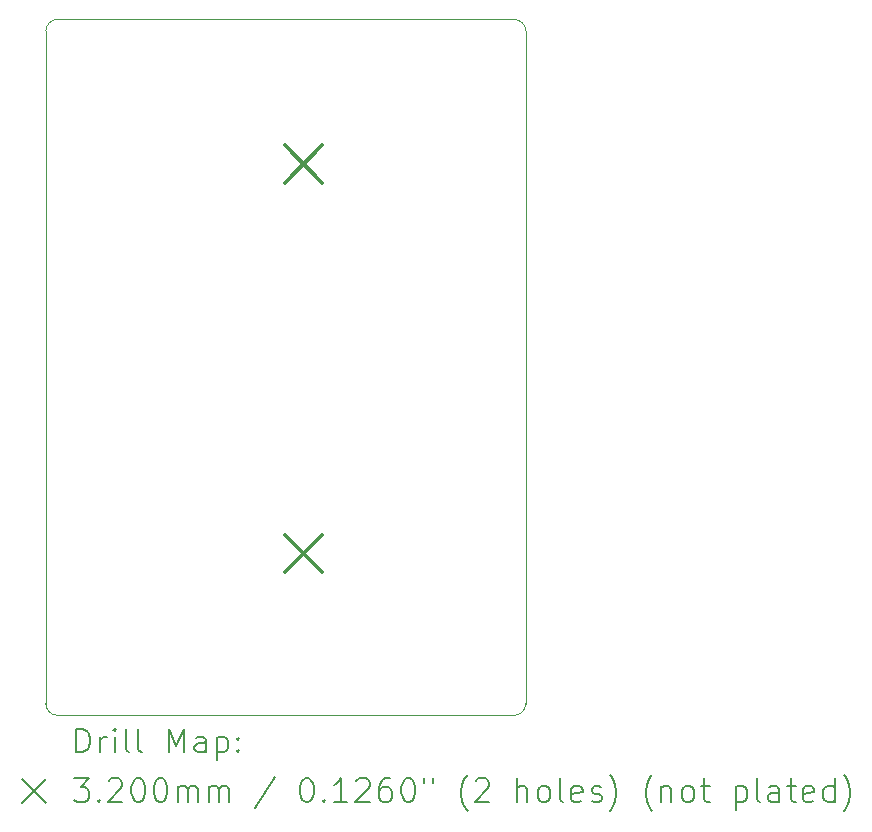
<source format=gbr>
%TF.GenerationSoftware,KiCad,Pcbnew,8.0.7*%
%TF.CreationDate,2025-03-27T23:32:18-04:00*%
%TF.ProjectId,power_distribution_board,706f7765-725f-4646-9973-747269627574,1*%
%TF.SameCoordinates,Original*%
%TF.FileFunction,Drillmap*%
%TF.FilePolarity,Positive*%
%FSLAX45Y45*%
G04 Gerber Fmt 4.5, Leading zero omitted, Abs format (unit mm)*
G04 Created by KiCad (PCBNEW 8.0.7) date 2025-03-27 23:32:18*
%MOMM*%
%LPD*%
G01*
G04 APERTURE LIST*
%ADD10C,0.038100*%
%ADD11C,0.200000*%
%ADD12C,0.320000*%
G04 APERTURE END LIST*
D10*
X5869000Y-127000D02*
G75*
G02*
X5969000Y-227000I0J-100000D01*
G01*
X2005000Y-6019800D02*
G75*
G02*
X1905000Y-5919800I0J100000D01*
G01*
X1905000Y-5919800D02*
X1905000Y-227000D01*
X5869000Y-6019800D02*
X2005000Y-6019800D01*
X1905000Y-227000D02*
G75*
G02*
X2005000Y-127000I100000J0D01*
G01*
X2005000Y-127000D02*
X5869000Y-127000D01*
X5969000Y-5919800D02*
G75*
G02*
X5869000Y-6019800I-100000J0D01*
G01*
X5969000Y-227000D02*
X5969000Y-5919800D01*
D11*
D12*
X3926000Y-1190000D02*
X4246000Y-1510000D01*
X4246000Y-1190000D02*
X3926000Y-1510000D01*
X3926000Y-4490000D02*
X4246000Y-4810000D01*
X4246000Y-4490000D02*
X3926000Y-4810000D01*
D11*
X2163872Y-6333189D02*
X2163872Y-6133189D01*
X2163872Y-6133189D02*
X2211491Y-6133189D01*
X2211491Y-6133189D02*
X2240062Y-6142713D01*
X2240062Y-6142713D02*
X2259110Y-6161760D01*
X2259110Y-6161760D02*
X2268634Y-6180808D01*
X2268634Y-6180808D02*
X2278158Y-6218903D01*
X2278158Y-6218903D02*
X2278158Y-6247474D01*
X2278158Y-6247474D02*
X2268634Y-6285570D01*
X2268634Y-6285570D02*
X2259110Y-6304617D01*
X2259110Y-6304617D02*
X2240062Y-6323665D01*
X2240062Y-6323665D02*
X2211491Y-6333189D01*
X2211491Y-6333189D02*
X2163872Y-6333189D01*
X2363872Y-6333189D02*
X2363872Y-6199855D01*
X2363872Y-6237951D02*
X2373396Y-6218903D01*
X2373396Y-6218903D02*
X2382919Y-6209379D01*
X2382919Y-6209379D02*
X2401967Y-6199855D01*
X2401967Y-6199855D02*
X2421015Y-6199855D01*
X2487681Y-6333189D02*
X2487681Y-6199855D01*
X2487681Y-6133189D02*
X2478158Y-6142713D01*
X2478158Y-6142713D02*
X2487681Y-6152236D01*
X2487681Y-6152236D02*
X2497205Y-6142713D01*
X2497205Y-6142713D02*
X2487681Y-6133189D01*
X2487681Y-6133189D02*
X2487681Y-6152236D01*
X2611491Y-6333189D02*
X2592443Y-6323665D01*
X2592443Y-6323665D02*
X2582919Y-6304617D01*
X2582919Y-6304617D02*
X2582919Y-6133189D01*
X2716253Y-6333189D02*
X2697205Y-6323665D01*
X2697205Y-6323665D02*
X2687681Y-6304617D01*
X2687681Y-6304617D02*
X2687681Y-6133189D01*
X2944824Y-6333189D02*
X2944824Y-6133189D01*
X2944824Y-6133189D02*
X3011491Y-6276046D01*
X3011491Y-6276046D02*
X3078157Y-6133189D01*
X3078157Y-6133189D02*
X3078157Y-6333189D01*
X3259110Y-6333189D02*
X3259110Y-6228427D01*
X3259110Y-6228427D02*
X3249586Y-6209379D01*
X3249586Y-6209379D02*
X3230538Y-6199855D01*
X3230538Y-6199855D02*
X3192443Y-6199855D01*
X3192443Y-6199855D02*
X3173396Y-6209379D01*
X3259110Y-6323665D02*
X3240062Y-6333189D01*
X3240062Y-6333189D02*
X3192443Y-6333189D01*
X3192443Y-6333189D02*
X3173396Y-6323665D01*
X3173396Y-6323665D02*
X3163872Y-6304617D01*
X3163872Y-6304617D02*
X3163872Y-6285570D01*
X3163872Y-6285570D02*
X3173396Y-6266522D01*
X3173396Y-6266522D02*
X3192443Y-6256998D01*
X3192443Y-6256998D02*
X3240062Y-6256998D01*
X3240062Y-6256998D02*
X3259110Y-6247474D01*
X3354348Y-6199855D02*
X3354348Y-6399855D01*
X3354348Y-6209379D02*
X3373396Y-6199855D01*
X3373396Y-6199855D02*
X3411491Y-6199855D01*
X3411491Y-6199855D02*
X3430538Y-6209379D01*
X3430538Y-6209379D02*
X3440062Y-6218903D01*
X3440062Y-6218903D02*
X3449586Y-6237951D01*
X3449586Y-6237951D02*
X3449586Y-6295093D01*
X3449586Y-6295093D02*
X3440062Y-6314141D01*
X3440062Y-6314141D02*
X3430538Y-6323665D01*
X3430538Y-6323665D02*
X3411491Y-6333189D01*
X3411491Y-6333189D02*
X3373396Y-6333189D01*
X3373396Y-6333189D02*
X3354348Y-6323665D01*
X3535300Y-6314141D02*
X3544824Y-6323665D01*
X3544824Y-6323665D02*
X3535300Y-6333189D01*
X3535300Y-6333189D02*
X3525777Y-6323665D01*
X3525777Y-6323665D02*
X3535300Y-6314141D01*
X3535300Y-6314141D02*
X3535300Y-6333189D01*
X3535300Y-6209379D02*
X3544824Y-6218903D01*
X3544824Y-6218903D02*
X3535300Y-6228427D01*
X3535300Y-6228427D02*
X3525777Y-6218903D01*
X3525777Y-6218903D02*
X3535300Y-6209379D01*
X3535300Y-6209379D02*
X3535300Y-6228427D01*
X1703095Y-6561705D02*
X1903095Y-6761705D01*
X1903095Y-6561705D02*
X1703095Y-6761705D01*
X2144824Y-6553189D02*
X2268634Y-6553189D01*
X2268634Y-6553189D02*
X2201967Y-6629379D01*
X2201967Y-6629379D02*
X2230539Y-6629379D01*
X2230539Y-6629379D02*
X2249586Y-6638903D01*
X2249586Y-6638903D02*
X2259110Y-6648427D01*
X2259110Y-6648427D02*
X2268634Y-6667474D01*
X2268634Y-6667474D02*
X2268634Y-6715093D01*
X2268634Y-6715093D02*
X2259110Y-6734141D01*
X2259110Y-6734141D02*
X2249586Y-6743665D01*
X2249586Y-6743665D02*
X2230539Y-6753189D01*
X2230539Y-6753189D02*
X2173396Y-6753189D01*
X2173396Y-6753189D02*
X2154348Y-6743665D01*
X2154348Y-6743665D02*
X2144824Y-6734141D01*
X2354348Y-6734141D02*
X2363872Y-6743665D01*
X2363872Y-6743665D02*
X2354348Y-6753189D01*
X2354348Y-6753189D02*
X2344824Y-6743665D01*
X2344824Y-6743665D02*
X2354348Y-6734141D01*
X2354348Y-6734141D02*
X2354348Y-6753189D01*
X2440062Y-6572236D02*
X2449586Y-6562713D01*
X2449586Y-6562713D02*
X2468634Y-6553189D01*
X2468634Y-6553189D02*
X2516253Y-6553189D01*
X2516253Y-6553189D02*
X2535300Y-6562713D01*
X2535300Y-6562713D02*
X2544824Y-6572236D01*
X2544824Y-6572236D02*
X2554348Y-6591284D01*
X2554348Y-6591284D02*
X2554348Y-6610332D01*
X2554348Y-6610332D02*
X2544824Y-6638903D01*
X2544824Y-6638903D02*
X2430539Y-6753189D01*
X2430539Y-6753189D02*
X2554348Y-6753189D01*
X2678158Y-6553189D02*
X2697205Y-6553189D01*
X2697205Y-6553189D02*
X2716253Y-6562713D01*
X2716253Y-6562713D02*
X2725777Y-6572236D01*
X2725777Y-6572236D02*
X2735300Y-6591284D01*
X2735300Y-6591284D02*
X2744824Y-6629379D01*
X2744824Y-6629379D02*
X2744824Y-6676998D01*
X2744824Y-6676998D02*
X2735300Y-6715093D01*
X2735300Y-6715093D02*
X2725777Y-6734141D01*
X2725777Y-6734141D02*
X2716253Y-6743665D01*
X2716253Y-6743665D02*
X2697205Y-6753189D01*
X2697205Y-6753189D02*
X2678158Y-6753189D01*
X2678158Y-6753189D02*
X2659110Y-6743665D01*
X2659110Y-6743665D02*
X2649586Y-6734141D01*
X2649586Y-6734141D02*
X2640062Y-6715093D01*
X2640062Y-6715093D02*
X2630539Y-6676998D01*
X2630539Y-6676998D02*
X2630539Y-6629379D01*
X2630539Y-6629379D02*
X2640062Y-6591284D01*
X2640062Y-6591284D02*
X2649586Y-6572236D01*
X2649586Y-6572236D02*
X2659110Y-6562713D01*
X2659110Y-6562713D02*
X2678158Y-6553189D01*
X2868634Y-6553189D02*
X2887681Y-6553189D01*
X2887681Y-6553189D02*
X2906729Y-6562713D01*
X2906729Y-6562713D02*
X2916253Y-6572236D01*
X2916253Y-6572236D02*
X2925777Y-6591284D01*
X2925777Y-6591284D02*
X2935300Y-6629379D01*
X2935300Y-6629379D02*
X2935300Y-6676998D01*
X2935300Y-6676998D02*
X2925777Y-6715093D01*
X2925777Y-6715093D02*
X2916253Y-6734141D01*
X2916253Y-6734141D02*
X2906729Y-6743665D01*
X2906729Y-6743665D02*
X2887681Y-6753189D01*
X2887681Y-6753189D02*
X2868634Y-6753189D01*
X2868634Y-6753189D02*
X2849586Y-6743665D01*
X2849586Y-6743665D02*
X2840062Y-6734141D01*
X2840062Y-6734141D02*
X2830538Y-6715093D01*
X2830538Y-6715093D02*
X2821015Y-6676998D01*
X2821015Y-6676998D02*
X2821015Y-6629379D01*
X2821015Y-6629379D02*
X2830538Y-6591284D01*
X2830538Y-6591284D02*
X2840062Y-6572236D01*
X2840062Y-6572236D02*
X2849586Y-6562713D01*
X2849586Y-6562713D02*
X2868634Y-6553189D01*
X3021015Y-6753189D02*
X3021015Y-6619855D01*
X3021015Y-6638903D02*
X3030538Y-6629379D01*
X3030538Y-6629379D02*
X3049586Y-6619855D01*
X3049586Y-6619855D02*
X3078158Y-6619855D01*
X3078158Y-6619855D02*
X3097205Y-6629379D01*
X3097205Y-6629379D02*
X3106729Y-6648427D01*
X3106729Y-6648427D02*
X3106729Y-6753189D01*
X3106729Y-6648427D02*
X3116253Y-6629379D01*
X3116253Y-6629379D02*
X3135300Y-6619855D01*
X3135300Y-6619855D02*
X3163872Y-6619855D01*
X3163872Y-6619855D02*
X3182919Y-6629379D01*
X3182919Y-6629379D02*
X3192443Y-6648427D01*
X3192443Y-6648427D02*
X3192443Y-6753189D01*
X3287681Y-6753189D02*
X3287681Y-6619855D01*
X3287681Y-6638903D02*
X3297205Y-6629379D01*
X3297205Y-6629379D02*
X3316253Y-6619855D01*
X3316253Y-6619855D02*
X3344824Y-6619855D01*
X3344824Y-6619855D02*
X3363872Y-6629379D01*
X3363872Y-6629379D02*
X3373396Y-6648427D01*
X3373396Y-6648427D02*
X3373396Y-6753189D01*
X3373396Y-6648427D02*
X3382919Y-6629379D01*
X3382919Y-6629379D02*
X3401967Y-6619855D01*
X3401967Y-6619855D02*
X3430538Y-6619855D01*
X3430538Y-6619855D02*
X3449586Y-6629379D01*
X3449586Y-6629379D02*
X3459110Y-6648427D01*
X3459110Y-6648427D02*
X3459110Y-6753189D01*
X3849586Y-6543665D02*
X3678158Y-6800808D01*
X4106729Y-6553189D02*
X4125777Y-6553189D01*
X4125777Y-6553189D02*
X4144824Y-6562713D01*
X4144824Y-6562713D02*
X4154348Y-6572236D01*
X4154348Y-6572236D02*
X4163872Y-6591284D01*
X4163872Y-6591284D02*
X4173396Y-6629379D01*
X4173396Y-6629379D02*
X4173396Y-6676998D01*
X4173396Y-6676998D02*
X4163872Y-6715093D01*
X4163872Y-6715093D02*
X4154348Y-6734141D01*
X4154348Y-6734141D02*
X4144824Y-6743665D01*
X4144824Y-6743665D02*
X4125777Y-6753189D01*
X4125777Y-6753189D02*
X4106729Y-6753189D01*
X4106729Y-6753189D02*
X4087681Y-6743665D01*
X4087681Y-6743665D02*
X4078158Y-6734141D01*
X4078158Y-6734141D02*
X4068634Y-6715093D01*
X4068634Y-6715093D02*
X4059110Y-6676998D01*
X4059110Y-6676998D02*
X4059110Y-6629379D01*
X4059110Y-6629379D02*
X4068634Y-6591284D01*
X4068634Y-6591284D02*
X4078158Y-6572236D01*
X4078158Y-6572236D02*
X4087681Y-6562713D01*
X4087681Y-6562713D02*
X4106729Y-6553189D01*
X4259110Y-6734141D02*
X4268634Y-6743665D01*
X4268634Y-6743665D02*
X4259110Y-6753189D01*
X4259110Y-6753189D02*
X4249586Y-6743665D01*
X4249586Y-6743665D02*
X4259110Y-6734141D01*
X4259110Y-6734141D02*
X4259110Y-6753189D01*
X4459110Y-6753189D02*
X4344824Y-6753189D01*
X4401967Y-6753189D02*
X4401967Y-6553189D01*
X4401967Y-6553189D02*
X4382920Y-6581760D01*
X4382920Y-6581760D02*
X4363872Y-6600808D01*
X4363872Y-6600808D02*
X4344824Y-6610332D01*
X4535301Y-6572236D02*
X4544824Y-6562713D01*
X4544824Y-6562713D02*
X4563872Y-6553189D01*
X4563872Y-6553189D02*
X4611491Y-6553189D01*
X4611491Y-6553189D02*
X4630539Y-6562713D01*
X4630539Y-6562713D02*
X4640063Y-6572236D01*
X4640063Y-6572236D02*
X4649586Y-6591284D01*
X4649586Y-6591284D02*
X4649586Y-6610332D01*
X4649586Y-6610332D02*
X4640063Y-6638903D01*
X4640063Y-6638903D02*
X4525777Y-6753189D01*
X4525777Y-6753189D02*
X4649586Y-6753189D01*
X4821015Y-6553189D02*
X4782920Y-6553189D01*
X4782920Y-6553189D02*
X4763872Y-6562713D01*
X4763872Y-6562713D02*
X4754348Y-6572236D01*
X4754348Y-6572236D02*
X4735301Y-6600808D01*
X4735301Y-6600808D02*
X4725777Y-6638903D01*
X4725777Y-6638903D02*
X4725777Y-6715093D01*
X4725777Y-6715093D02*
X4735301Y-6734141D01*
X4735301Y-6734141D02*
X4744824Y-6743665D01*
X4744824Y-6743665D02*
X4763872Y-6753189D01*
X4763872Y-6753189D02*
X4801967Y-6753189D01*
X4801967Y-6753189D02*
X4821015Y-6743665D01*
X4821015Y-6743665D02*
X4830539Y-6734141D01*
X4830539Y-6734141D02*
X4840063Y-6715093D01*
X4840063Y-6715093D02*
X4840063Y-6667474D01*
X4840063Y-6667474D02*
X4830539Y-6648427D01*
X4830539Y-6648427D02*
X4821015Y-6638903D01*
X4821015Y-6638903D02*
X4801967Y-6629379D01*
X4801967Y-6629379D02*
X4763872Y-6629379D01*
X4763872Y-6629379D02*
X4744824Y-6638903D01*
X4744824Y-6638903D02*
X4735301Y-6648427D01*
X4735301Y-6648427D02*
X4725777Y-6667474D01*
X4963872Y-6553189D02*
X4982920Y-6553189D01*
X4982920Y-6553189D02*
X5001967Y-6562713D01*
X5001967Y-6562713D02*
X5011491Y-6572236D01*
X5011491Y-6572236D02*
X5021015Y-6591284D01*
X5021015Y-6591284D02*
X5030539Y-6629379D01*
X5030539Y-6629379D02*
X5030539Y-6676998D01*
X5030539Y-6676998D02*
X5021015Y-6715093D01*
X5021015Y-6715093D02*
X5011491Y-6734141D01*
X5011491Y-6734141D02*
X5001967Y-6743665D01*
X5001967Y-6743665D02*
X4982920Y-6753189D01*
X4982920Y-6753189D02*
X4963872Y-6753189D01*
X4963872Y-6753189D02*
X4944824Y-6743665D01*
X4944824Y-6743665D02*
X4935301Y-6734141D01*
X4935301Y-6734141D02*
X4925777Y-6715093D01*
X4925777Y-6715093D02*
X4916253Y-6676998D01*
X4916253Y-6676998D02*
X4916253Y-6629379D01*
X4916253Y-6629379D02*
X4925777Y-6591284D01*
X4925777Y-6591284D02*
X4935301Y-6572236D01*
X4935301Y-6572236D02*
X4944824Y-6562713D01*
X4944824Y-6562713D02*
X4963872Y-6553189D01*
X5106729Y-6553189D02*
X5106729Y-6591284D01*
X5182920Y-6553189D02*
X5182920Y-6591284D01*
X5478158Y-6829379D02*
X5468634Y-6819855D01*
X5468634Y-6819855D02*
X5449586Y-6791284D01*
X5449586Y-6791284D02*
X5440063Y-6772236D01*
X5440063Y-6772236D02*
X5430539Y-6743665D01*
X5430539Y-6743665D02*
X5421015Y-6696046D01*
X5421015Y-6696046D02*
X5421015Y-6657951D01*
X5421015Y-6657951D02*
X5430539Y-6610332D01*
X5430539Y-6610332D02*
X5440063Y-6581760D01*
X5440063Y-6581760D02*
X5449586Y-6562713D01*
X5449586Y-6562713D02*
X5468634Y-6534141D01*
X5468634Y-6534141D02*
X5478158Y-6524617D01*
X5544825Y-6572236D02*
X5554348Y-6562713D01*
X5554348Y-6562713D02*
X5573396Y-6553189D01*
X5573396Y-6553189D02*
X5621015Y-6553189D01*
X5621015Y-6553189D02*
X5640063Y-6562713D01*
X5640063Y-6562713D02*
X5649586Y-6572236D01*
X5649586Y-6572236D02*
X5659110Y-6591284D01*
X5659110Y-6591284D02*
X5659110Y-6610332D01*
X5659110Y-6610332D02*
X5649586Y-6638903D01*
X5649586Y-6638903D02*
X5535301Y-6753189D01*
X5535301Y-6753189D02*
X5659110Y-6753189D01*
X5897205Y-6753189D02*
X5897205Y-6553189D01*
X5982920Y-6753189D02*
X5982920Y-6648427D01*
X5982920Y-6648427D02*
X5973396Y-6629379D01*
X5973396Y-6629379D02*
X5954348Y-6619855D01*
X5954348Y-6619855D02*
X5925777Y-6619855D01*
X5925777Y-6619855D02*
X5906729Y-6629379D01*
X5906729Y-6629379D02*
X5897205Y-6638903D01*
X6106729Y-6753189D02*
X6087682Y-6743665D01*
X6087682Y-6743665D02*
X6078158Y-6734141D01*
X6078158Y-6734141D02*
X6068634Y-6715093D01*
X6068634Y-6715093D02*
X6068634Y-6657951D01*
X6068634Y-6657951D02*
X6078158Y-6638903D01*
X6078158Y-6638903D02*
X6087682Y-6629379D01*
X6087682Y-6629379D02*
X6106729Y-6619855D01*
X6106729Y-6619855D02*
X6135301Y-6619855D01*
X6135301Y-6619855D02*
X6154348Y-6629379D01*
X6154348Y-6629379D02*
X6163872Y-6638903D01*
X6163872Y-6638903D02*
X6173396Y-6657951D01*
X6173396Y-6657951D02*
X6173396Y-6715093D01*
X6173396Y-6715093D02*
X6163872Y-6734141D01*
X6163872Y-6734141D02*
X6154348Y-6743665D01*
X6154348Y-6743665D02*
X6135301Y-6753189D01*
X6135301Y-6753189D02*
X6106729Y-6753189D01*
X6287682Y-6753189D02*
X6268634Y-6743665D01*
X6268634Y-6743665D02*
X6259110Y-6724617D01*
X6259110Y-6724617D02*
X6259110Y-6553189D01*
X6440063Y-6743665D02*
X6421015Y-6753189D01*
X6421015Y-6753189D02*
X6382920Y-6753189D01*
X6382920Y-6753189D02*
X6363872Y-6743665D01*
X6363872Y-6743665D02*
X6354348Y-6724617D01*
X6354348Y-6724617D02*
X6354348Y-6648427D01*
X6354348Y-6648427D02*
X6363872Y-6629379D01*
X6363872Y-6629379D02*
X6382920Y-6619855D01*
X6382920Y-6619855D02*
X6421015Y-6619855D01*
X6421015Y-6619855D02*
X6440063Y-6629379D01*
X6440063Y-6629379D02*
X6449586Y-6648427D01*
X6449586Y-6648427D02*
X6449586Y-6667474D01*
X6449586Y-6667474D02*
X6354348Y-6686522D01*
X6525777Y-6743665D02*
X6544825Y-6753189D01*
X6544825Y-6753189D02*
X6582920Y-6753189D01*
X6582920Y-6753189D02*
X6601967Y-6743665D01*
X6601967Y-6743665D02*
X6611491Y-6724617D01*
X6611491Y-6724617D02*
X6611491Y-6715093D01*
X6611491Y-6715093D02*
X6601967Y-6696046D01*
X6601967Y-6696046D02*
X6582920Y-6686522D01*
X6582920Y-6686522D02*
X6554348Y-6686522D01*
X6554348Y-6686522D02*
X6535301Y-6676998D01*
X6535301Y-6676998D02*
X6525777Y-6657951D01*
X6525777Y-6657951D02*
X6525777Y-6648427D01*
X6525777Y-6648427D02*
X6535301Y-6629379D01*
X6535301Y-6629379D02*
X6554348Y-6619855D01*
X6554348Y-6619855D02*
X6582920Y-6619855D01*
X6582920Y-6619855D02*
X6601967Y-6629379D01*
X6678158Y-6829379D02*
X6687682Y-6819855D01*
X6687682Y-6819855D02*
X6706729Y-6791284D01*
X6706729Y-6791284D02*
X6716253Y-6772236D01*
X6716253Y-6772236D02*
X6725777Y-6743665D01*
X6725777Y-6743665D02*
X6735301Y-6696046D01*
X6735301Y-6696046D02*
X6735301Y-6657951D01*
X6735301Y-6657951D02*
X6725777Y-6610332D01*
X6725777Y-6610332D02*
X6716253Y-6581760D01*
X6716253Y-6581760D02*
X6706729Y-6562713D01*
X6706729Y-6562713D02*
X6687682Y-6534141D01*
X6687682Y-6534141D02*
X6678158Y-6524617D01*
X7040063Y-6829379D02*
X7030539Y-6819855D01*
X7030539Y-6819855D02*
X7011491Y-6791284D01*
X7011491Y-6791284D02*
X7001967Y-6772236D01*
X7001967Y-6772236D02*
X6992444Y-6743665D01*
X6992444Y-6743665D02*
X6982920Y-6696046D01*
X6982920Y-6696046D02*
X6982920Y-6657951D01*
X6982920Y-6657951D02*
X6992444Y-6610332D01*
X6992444Y-6610332D02*
X7001967Y-6581760D01*
X7001967Y-6581760D02*
X7011491Y-6562713D01*
X7011491Y-6562713D02*
X7030539Y-6534141D01*
X7030539Y-6534141D02*
X7040063Y-6524617D01*
X7116253Y-6619855D02*
X7116253Y-6753189D01*
X7116253Y-6638903D02*
X7125777Y-6629379D01*
X7125777Y-6629379D02*
X7144825Y-6619855D01*
X7144825Y-6619855D02*
X7173396Y-6619855D01*
X7173396Y-6619855D02*
X7192444Y-6629379D01*
X7192444Y-6629379D02*
X7201967Y-6648427D01*
X7201967Y-6648427D02*
X7201967Y-6753189D01*
X7325777Y-6753189D02*
X7306729Y-6743665D01*
X7306729Y-6743665D02*
X7297206Y-6734141D01*
X7297206Y-6734141D02*
X7287682Y-6715093D01*
X7287682Y-6715093D02*
X7287682Y-6657951D01*
X7287682Y-6657951D02*
X7297206Y-6638903D01*
X7297206Y-6638903D02*
X7306729Y-6629379D01*
X7306729Y-6629379D02*
X7325777Y-6619855D01*
X7325777Y-6619855D02*
X7354348Y-6619855D01*
X7354348Y-6619855D02*
X7373396Y-6629379D01*
X7373396Y-6629379D02*
X7382920Y-6638903D01*
X7382920Y-6638903D02*
X7392444Y-6657951D01*
X7392444Y-6657951D02*
X7392444Y-6715093D01*
X7392444Y-6715093D02*
X7382920Y-6734141D01*
X7382920Y-6734141D02*
X7373396Y-6743665D01*
X7373396Y-6743665D02*
X7354348Y-6753189D01*
X7354348Y-6753189D02*
X7325777Y-6753189D01*
X7449587Y-6619855D02*
X7525777Y-6619855D01*
X7478158Y-6553189D02*
X7478158Y-6724617D01*
X7478158Y-6724617D02*
X7487682Y-6743665D01*
X7487682Y-6743665D02*
X7506729Y-6753189D01*
X7506729Y-6753189D02*
X7525777Y-6753189D01*
X7744825Y-6619855D02*
X7744825Y-6819855D01*
X7744825Y-6629379D02*
X7763872Y-6619855D01*
X7763872Y-6619855D02*
X7801968Y-6619855D01*
X7801968Y-6619855D02*
X7821015Y-6629379D01*
X7821015Y-6629379D02*
X7830539Y-6638903D01*
X7830539Y-6638903D02*
X7840063Y-6657951D01*
X7840063Y-6657951D02*
X7840063Y-6715093D01*
X7840063Y-6715093D02*
X7830539Y-6734141D01*
X7830539Y-6734141D02*
X7821015Y-6743665D01*
X7821015Y-6743665D02*
X7801968Y-6753189D01*
X7801968Y-6753189D02*
X7763872Y-6753189D01*
X7763872Y-6753189D02*
X7744825Y-6743665D01*
X7954348Y-6753189D02*
X7935301Y-6743665D01*
X7935301Y-6743665D02*
X7925777Y-6724617D01*
X7925777Y-6724617D02*
X7925777Y-6553189D01*
X8116253Y-6753189D02*
X8116253Y-6648427D01*
X8116253Y-6648427D02*
X8106729Y-6629379D01*
X8106729Y-6629379D02*
X8087682Y-6619855D01*
X8087682Y-6619855D02*
X8049587Y-6619855D01*
X8049587Y-6619855D02*
X8030539Y-6629379D01*
X8116253Y-6743665D02*
X8097206Y-6753189D01*
X8097206Y-6753189D02*
X8049587Y-6753189D01*
X8049587Y-6753189D02*
X8030539Y-6743665D01*
X8030539Y-6743665D02*
X8021015Y-6724617D01*
X8021015Y-6724617D02*
X8021015Y-6705570D01*
X8021015Y-6705570D02*
X8030539Y-6686522D01*
X8030539Y-6686522D02*
X8049587Y-6676998D01*
X8049587Y-6676998D02*
X8097206Y-6676998D01*
X8097206Y-6676998D02*
X8116253Y-6667474D01*
X8182920Y-6619855D02*
X8259110Y-6619855D01*
X8211491Y-6553189D02*
X8211491Y-6724617D01*
X8211491Y-6724617D02*
X8221015Y-6743665D01*
X8221015Y-6743665D02*
X8240063Y-6753189D01*
X8240063Y-6753189D02*
X8259110Y-6753189D01*
X8401968Y-6743665D02*
X8382920Y-6753189D01*
X8382920Y-6753189D02*
X8344825Y-6753189D01*
X8344825Y-6753189D02*
X8325777Y-6743665D01*
X8325777Y-6743665D02*
X8316253Y-6724617D01*
X8316253Y-6724617D02*
X8316253Y-6648427D01*
X8316253Y-6648427D02*
X8325777Y-6629379D01*
X8325777Y-6629379D02*
X8344825Y-6619855D01*
X8344825Y-6619855D02*
X8382920Y-6619855D01*
X8382920Y-6619855D02*
X8401968Y-6629379D01*
X8401968Y-6629379D02*
X8411491Y-6648427D01*
X8411491Y-6648427D02*
X8411491Y-6667474D01*
X8411491Y-6667474D02*
X8316253Y-6686522D01*
X8582920Y-6753189D02*
X8582920Y-6553189D01*
X8582920Y-6743665D02*
X8563872Y-6753189D01*
X8563872Y-6753189D02*
X8525777Y-6753189D01*
X8525777Y-6753189D02*
X8506730Y-6743665D01*
X8506730Y-6743665D02*
X8497206Y-6734141D01*
X8497206Y-6734141D02*
X8487682Y-6715093D01*
X8487682Y-6715093D02*
X8487682Y-6657951D01*
X8487682Y-6657951D02*
X8497206Y-6638903D01*
X8497206Y-6638903D02*
X8506730Y-6629379D01*
X8506730Y-6629379D02*
X8525777Y-6619855D01*
X8525777Y-6619855D02*
X8563872Y-6619855D01*
X8563872Y-6619855D02*
X8582920Y-6629379D01*
X8659111Y-6829379D02*
X8668634Y-6819855D01*
X8668634Y-6819855D02*
X8687682Y-6791284D01*
X8687682Y-6791284D02*
X8697206Y-6772236D01*
X8697206Y-6772236D02*
X8706730Y-6743665D01*
X8706730Y-6743665D02*
X8716253Y-6696046D01*
X8716253Y-6696046D02*
X8716253Y-6657951D01*
X8716253Y-6657951D02*
X8706730Y-6610332D01*
X8706730Y-6610332D02*
X8697206Y-6581760D01*
X8697206Y-6581760D02*
X8687682Y-6562713D01*
X8687682Y-6562713D02*
X8668634Y-6534141D01*
X8668634Y-6534141D02*
X8659111Y-6524617D01*
M02*

</source>
